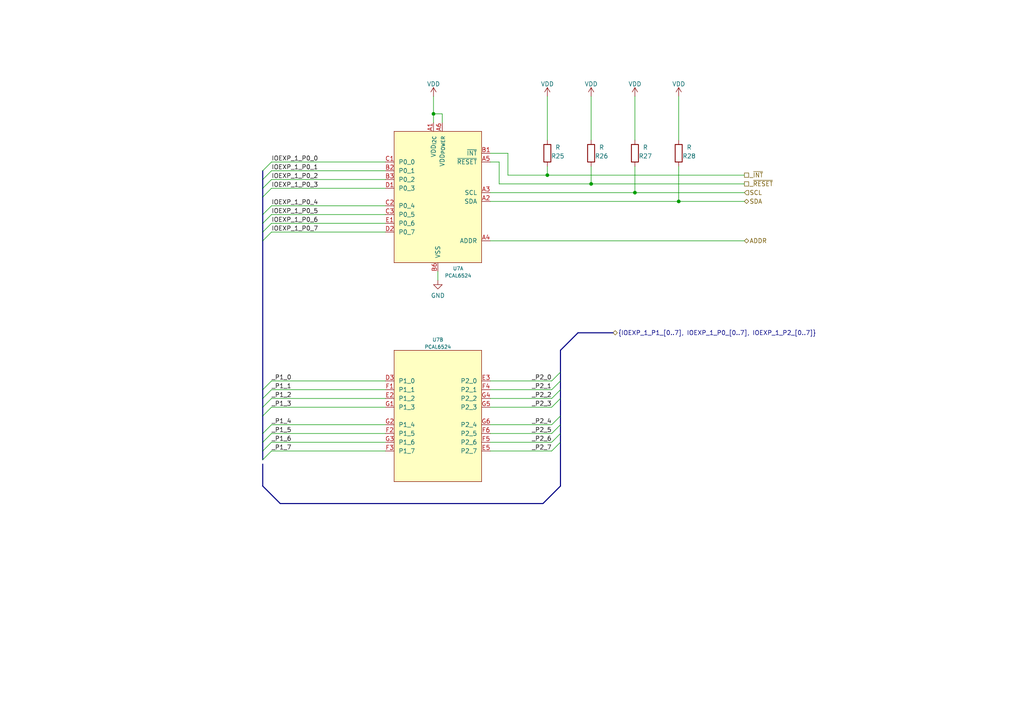
<source format=kicad_sch>
(kicad_sch (version 20211123) (generator eeschema)
  (paper "A4")
  (lib_symbols
    (symbol "0.Project:PCAL6524" (pin_names (offset 1.27))
      (property "Reference" "U" (at 0 0 0))
      (property "Value" "PCAL6524" (at 0 0 0))
      (symbol "PCAL6524_0_1"
        (rectangle (start 0 0) (end 25.4 -38.1) (fill (type background)))
      )
      (symbol "PCAL6524_1_1"
        (pin input line (at 11.43 2.54 270) (length 2.54) (name "VDD_{I2C}") (number "A1"))
        (pin bidirectional line (at 27.94 -20.32 180) (length 2.54) (name "SDA") (number "A2"))
        (pin input line (at 27.94 -17.78 180) (length 2.54) (name "SCL") (number "A3"))
        (pin passive line (at 27.94 -31.75 180) (length 2.54) (name "ADDR") (number "A4"))
        (pin input line (at 27.94 -8.89 180) (length 2.54) (name "~{RESET}") (number "A5"))
        (pin power_in line (at 13.97 2.54 270) (length 2.54) (name "VDD_{POWER}") (number "A6"))
        (pin output line (at 27.94 -6.35 180) (length 2.54) (name "~{INT}") (number "B1"))
        (pin bidirectional line (at -2.54 -11.43 0) (length 2.54) (name "P0_1") (number "B2"))
        (pin bidirectional line (at -2.54 -13.97 0) (length 2.54) (name "P0_2") (number "B3"))
        (pin power_in line (at 12.7 -40.64 90) (length 2.54) (name "VSS") (number "B6"))
        (pin bidirectional line (at -2.54 -8.89 0) (length 2.54) (name "P0_0") (number "C1"))
        (pin bidirectional line (at -2.54 -21.59 0) (length 2.54) (name "P0_4") (number "C2"))
        (pin bidirectional line (at -2.54 -24.13 0) (length 2.54) (name "P0_5") (number "C3"))
        (pin bidirectional line (at -2.54 -16.51 0) (length 2.54) (name "P0_3") (number "D1"))
        (pin bidirectional line (at -2.54 -29.21 0) (length 2.54) (name "P0_7") (number "D2"))
        (pin bidirectional line (at -2.54 -26.67 0) (length 2.54) (name "P0_6") (number "E1"))
      )
      (symbol "PCAL6524_2_1"
        (pin bidirectional line (at -2.54 -8.89 0) (length 2.54) (name "P1_0") (number "D3"))
        (pin bidirectional line (at -2.54 -13.97 0) (length 2.54) (name "P1_2") (number "E2"))
        (pin bidirectional line (at 27.94 -8.89 180) (length 2.54) (name "P2_0") (number "E3"))
        (pin bidirectional line (at 27.94 -29.21 180) (length 2.54) (name "P2_7") (number "E5"))
        (pin bidirectional line (at -2.54 -11.43 0) (length 2.54) (name "P1_1") (number "F1"))
        (pin bidirectional line (at -2.54 -24.13 0) (length 2.54) (name "P1_5") (number "F2"))
        (pin bidirectional line (at -2.54 -29.21 0) (length 2.54) (name "P1_7") (number "F3"))
        (pin bidirectional line (at 27.94 -11.43 180) (length 2.54) (name "P2_1") (number "F4"))
        (pin bidirectional line (at 27.94 -26.67 180) (length 2.54) (name "P2_6") (number "F5"))
        (pin bidirectional line (at 27.94 -24.13 180) (length 2.54) (name "P2_5") (number "F6"))
        (pin bidirectional line (at -2.54 -16.51 0) (length 2.54) (name "P1_3") (number "G1"))
        (pin bidirectional line (at -2.54 -21.59 0) (length 2.54) (name "P1_4") (number "G2"))
        (pin bidirectional line (at -2.54 -26.67 0) (length 2.54) (name "P1_6") (number "G3"))
        (pin bidirectional line (at 27.94 -13.97 180) (length 2.54) (name "P2_2") (number "G4"))
        (pin bidirectional line (at 27.94 -16.51 180) (length 2.54) (name "P2_3") (number "G5"))
        (pin bidirectional line (at 27.94 -21.59 180) (length 2.54) (name "P2_4") (number "G6"))
      )
    )
    (symbol "4ms_Power-symbol:GND" (power) (pin_names (offset 0))
      (property "Value" "GND" (at 0 -3.81 0))
      (symbol "GND_0_1"
        (polyline (pts (xy 0 0) (xy 0 -1.27) (xy 1.27 -1.27) (xy 0 -2.54) (xy -1.27 -1.27) (xy 0 -1.27)))
      )
      (symbol "GND_1_1"
        (pin power_in line (at 0 0 270) (length 0) hide (name "GND") (number "1"))
      )
    )
    (symbol "Device:R" (pin_numbers hide) (pin_names (offset 0))
      (property "Reference" "R" (at 2.032 0 90))
      (property "Value" "R" (at 0 0 90))
      (symbol "R_0_1"
        (rectangle (start -1.016 -2.54) (end 1.016 2.54) (stroke (width 0.254)))
      )
      (symbol "R_1_1"
        (pin passive line (at 0 3.81 270) (length 1.27) (name "~") (number "1"))
        (pin passive line (at 0 -3.81 90) (length 1.27) (name "~") (number "2"))
      )
    )
    (symbol "power:VDD" (power) (pin_names (offset 0))
      (property "Value" "VDD" (at 0 3.81 0))
      (symbol "VDD_0_1"
        (polyline (pts (xy -0.762 1.27) (xy 0 2.54)))
        (polyline (pts (xy 0 0) (xy 0 2.54)))
        (polyline (pts (xy 0 2.54) (xy 0.762 1.27)))
      )
      (symbol "VDD_1_1"
        (pin power_in line (at 0 0 90) (length 0) hide (name "VDD") (number "1"))
      )
    )
  )
  (junction (at 196.85 58.42))
  (junction (at 171.45 53.34))
  (junction (at 125.73 33.02))
  (junction (at 158.75 50.8))
  (junction (at 184.15 55.88))
  (bus_entry (at 160.02 110.49) (size 2.54 -2.54))
  (bus_entry (at 76.2 64.77) (size 2.54 -2.54))
  (bus_entry (at 160.02 113.03) (size 2.54 -2.54))
  (bus_entry (at 160.02 130.81) (size 2.54 -2.54))
  (bus_entry (at 76.2 130.81) (size 2.54 -2.54))
  (bus_entry (at 160.02 123.19) (size 2.54 -2.54))
  (bus_entry (at 76.2 54.61) (size 2.54 -2.54))
  (bus_entry (at 160.02 118.11) (size 2.54 -2.54))
  (bus_entry (at 76.2 115.57) (size 2.54 -2.54))
  (bus_entry (at 76.2 57.15) (size 2.54 -2.54))
  (bus_entry (at 76.2 113.03) (size 2.54 -2.54))
  (bus_entry (at 76.2 69.85) (size 2.54 -2.54))
  (bus_entry (at 76.2 120.65) (size 2.54 -2.54))
  (bus_entry (at 76.2 125.73) (size 2.54 -2.54))
  (bus_entry (at 76.2 52.07) (size 2.54 -2.54))
  (bus_entry (at 76.2 49.53) (size 2.54 -2.54))
  (bus_entry (at 76.2 128.27) (size 2.54 -2.54))
  (bus_entry (at 76.2 133.35) (size 2.54 -2.54))
  (bus_entry (at 160.02 128.27) (size 2.54 -2.54))
  (bus_entry (at 160.02 115.57) (size 2.54 -2.54))
  (bus_entry (at 76.2 118.11) (size 2.54 -2.54))
  (bus_entry (at 76.2 67.31) (size 2.54 -2.54))
  (bus_entry (at 76.2 62.23) (size 2.54 -2.54))
  (bus_entry (at 160.02 125.73) (size 2.54 -2.54))
  (wire (pts (xy 127 78.74) (xy 127 81.28)))
  (bus (pts (xy 76.2 54.61) (xy 76.2 57.15)))
  (bus (pts (xy 81.28 146.05) (xy 157.48 146.05)))
  (bus (pts (xy 162.56 115.57) (xy 162.56 113.03)))
  (wire (pts (xy 142.24 44.45) (xy 147.32 44.45)))
  (bus (pts (xy 81.28 146.05) (xy 76.2 140.97)))
  (wire (pts (xy 142.24 118.11) (xy 160.02 118.11)))
  (wire (pts (xy 78.74 49.53) (xy 111.76 49.53)))
  (bus (pts (xy 76.2 57.15) (xy 76.2 62.23)))
  (bus (pts (xy 76.2 67.31) (xy 76.2 69.85)))
  (wire (pts (xy 184.15 27.94) (xy 184.15 40.64)))
  (bus (pts (xy 162.56 110.49) (xy 162.56 107.95)))
  (wire (pts (xy 171.45 27.94) (xy 171.45 40.64)))
  (bus (pts (xy 162.56 125.73) (xy 162.56 123.19)))
  (bus (pts (xy 76.2 62.23) (xy 76.2 64.77)))
  (wire (pts (xy 142.24 128.27) (xy 160.02 128.27)))
  (wire (pts (xy 128.27 33.02) (xy 128.27 35.56)))
  (bus (pts (xy 157.48 146.05) (xy 162.56 140.97)))
  (bus (pts (xy 76.2 113.03) (xy 76.2 115.57)))
  (wire (pts (xy 196.85 27.94) (xy 196.85 40.64)))
  (wire (pts (xy 142.24 113.03) (xy 160.02 113.03)))
  (wire (pts (xy 196.85 48.26) (xy 196.85 58.42)))
  (bus (pts (xy 162.56 101.6) (xy 167.64 96.52)))
  (wire (pts (xy 78.74 118.11) (xy 111.76 118.11)))
  (wire (pts (xy 184.15 48.26) (xy 184.15 55.88)))
  (bus (pts (xy 76.2 64.77) (xy 76.2 67.31)))
  (bus (pts (xy 162.56 140.97) (xy 162.56 128.27)))
  (wire (pts (xy 78.74 52.07) (xy 111.76 52.07)))
  (wire (pts (xy 78.74 54.61) (xy 111.76 54.61)))
  (wire (pts (xy 158.75 27.94) (xy 158.75 40.64)))
  (wire (pts (xy 147.32 50.8) (xy 158.75 50.8)))
  (bus (pts (xy 76.2 69.85) (xy 76.2 113.03)))
  (bus (pts (xy 76.2 118.11) (xy 76.2 120.65)))
  (bus (pts (xy 162.56 123.19) (xy 162.56 120.65)))
  (bus (pts (xy 76.2 125.73) (xy 76.2 128.27)))
  (wire (pts (xy 78.74 128.27) (xy 111.76 128.27)))
  (bus (pts (xy 167.64 96.52) (xy 177.8 96.52)))
  (wire (pts (xy 78.74 123.19) (xy 111.76 123.19)))
  (wire (pts (xy 78.74 113.03) (xy 111.76 113.03)))
  (wire (pts (xy 78.74 59.69) (xy 111.76 59.69)))
  (wire (pts (xy 142.24 69.85) (xy 215.9 69.85)))
  (bus (pts (xy 162.56 128.27) (xy 162.56 125.73)))
  (wire (pts (xy 142.24 55.88) (xy 184.15 55.88)))
  (bus (pts (xy 162.56 120.65) (xy 162.56 115.57)))
  (wire (pts (xy 144.78 46.99) (xy 144.78 53.34)))
  (wire (pts (xy 158.75 50.8) (xy 215.9 50.8)))
  (wire (pts (xy 142.24 58.42) (xy 196.85 58.42)))
  (bus (pts (xy 76.2 133.35) (xy 76.2 130.81)))
  (wire (pts (xy 158.75 50.8) (xy 158.75 48.26)))
  (wire (pts (xy 142.24 123.19) (xy 160.02 123.19)))
  (wire (pts (xy 78.74 46.99) (xy 111.76 46.99)))
  (wire (pts (xy 160.02 110.49) (xy 142.24 110.49)))
  (bus (pts (xy 76.2 118.11) (xy 76.2 115.57)))
  (wire (pts (xy 147.32 44.45) (xy 147.32 50.8)))
  (wire (pts (xy 142.24 125.73) (xy 160.02 125.73)))
  (wire (pts (xy 144.78 53.34) (xy 171.45 53.34)))
  (wire (pts (xy 184.15 55.88) (xy 215.9 55.88)))
  (bus (pts (xy 162.56 113.03) (xy 162.56 110.49)))
  (wire (pts (xy 78.74 62.23) (xy 111.76 62.23)))
  (wire (pts (xy 171.45 53.34) (xy 215.9 53.34)))
  (wire (pts (xy 78.74 130.81) (xy 111.76 130.81)))
  (bus (pts (xy 76.2 130.81) (xy 76.2 128.27)))
  (wire (pts (xy 142.24 46.99) (xy 144.78 46.99)))
  (wire (pts (xy 125.73 33.02) (xy 128.27 33.02)))
  (wire (pts (xy 78.74 110.49) (xy 111.76 110.49)))
  (wire (pts (xy 78.74 64.77) (xy 111.76 64.77)))
  (wire (pts (xy 78.74 125.73) (xy 111.76 125.73)))
  (wire (pts (xy 78.74 67.31) (xy 111.76 67.31)))
  (bus (pts (xy 76.2 120.65) (xy 76.2 125.73)))
  (wire (pts (xy 78.74 115.57) (xy 111.76 115.57)))
  (wire (pts (xy 196.85 58.42) (xy 215.9 58.42)))
  (bus (pts (xy 76.2 140.97) (xy 76.2 134.62)))
  (bus (pts (xy 76.2 49.53) (xy 76.2 52.07)))
  (bus (pts (xy 76.2 52.07) (xy 76.2 54.61)))
  (wire (pts (xy 142.24 115.57) (xy 160.02 115.57)))
  (wire (pts (xy 171.45 48.26) (xy 171.45 53.34)))
  (bus (pts (xy 162.56 107.95) (xy 162.56 101.6)))
  (wire (pts (xy 142.24 130.81) (xy 160.02 130.81)))
  (wire (pts (xy 125.73 33.02) (xy 125.73 35.56)))
  (wire (pts (xy 125.73 27.94) (xy 125.73 33.02)))
  (label "${SHEETNAME}_P2_3" (at 160.02 118.11 180))
  (label "IOEXP_1_P0_2" (at 78.74 52.07 0))
  (label "${SHEETNAME}_P1_5" (at 78.74 125.73 0))
  (label "IOEXP_1_P0_4" (at 78.74 59.69 0))
  (label "${SHEETNAME}_P1_2" (at 78.74 115.57 0))
  (label "IOEXP_1_P0_6" (at 78.74 64.77 0))
  (label "${SHEETNAME}_P1_6" (at 78.74 128.27 0))
  (label "${SHEETNAME}_P2_5" (at 160.02 125.73 180))
  (label "${SHEETNAME}_P2_4" (at 160.02 123.19 180))
  (label "IOEXP_1_P0_7" (at 78.74 67.31 0))
  (label "IOEXP_1_P0_0" (at 78.74 46.99 0))
  (label "${SHEETNAME}_P2_0" (at 160.02 110.49 180))
  (label "${SHEETNAME}_P1_1" (at 78.74 113.03 0))
  (label "${SHEETNAME}_P1_7" (at 78.74 130.81 0))
  (label "${SHEETNAME}_P2_6" (at 160.02 128.27 180))
  (label "${SHEETNAME}_P2_1" (at 160.02 113.03 180))
  (label "${SHEETNAME}_P2_2" (at 160.02 115.57 180))
  (label "${SHEETNAME}_P1_3" (at 78.74 118.11 0))
  (label "${SHEETNAME}_P2_7" (at 160.02 130.81 180))
  (label "IOEXP_1_P0_3" (at 78.74 54.61 0))
  (label "IOEXP_1_P0_5" (at 78.74 62.23 0))
  (label "IOEXP_1_P0_1" (at 78.74 49.53 0))
  (label "${SHEETNAME}_P1_4" (at 78.74 123.19 0))
  (label "${SHEETNAME}_P1_0" (at 78.74 110.49 0))
  (hierarchical_label "SCL" (shape input) (at 215.9 55.88 0))
  (hierarchical_label "{IOEXP_1_P1_[0..7], IOEXP_1_P0_[0..7], IOEXP_1_P2_[0..7]}" (shape bidirectional) (at 177.8 96.52 0))
  (hierarchical_label "ADDR" (shape bidirectional) (at 215.9 69.85 0))
  (hierarchical_label "${SHEETNAME}_~{RESET}" (shape passive) (at 215.9 53.34 0))
  (hierarchical_label "SDA" (shape bidirectional) (at 215.9 58.42 0))
  (hierarchical_label "${SHEETNAME}_~{INT}" (shape passive) (at 215.9 50.8 0))
  (symbol (lib_id "power:VDD") (at 125.73 27.94 0) (unit 1)
    (property "Reference" "#PWR0175" (effects hide))
    (property "Value" "VDD" (at 125.73 24.3642 0))
  )
  (symbol (lib_id "Device:R") (at 171.45 44.45 0) (mirror x) (unit 1)
    (property "Reference" "R26" (at 174.4867 45.2847 0))
    (property "Value" "R" (at 174.4867 42.7478 0))
  )
  (symbol (lib_id "4ms_Power-symbol:GND") (at 127 81.28 0) (unit 1)
    (property "Reference" "#PWR0180" (effects hide))
    (property "Value" "GND" (at 127 85.7234 0))
  )
  (symbol (lib_id "power:VDD") (at 171.45 27.94 0) (unit 1)
    (property "Reference" "#PWR0178" (effects hide))
    (property "Value" "VDD" (at 171.45 24.3642 0))
  )
  (symbol (lib_id "power:VDD") (at 184.15 27.94 0) (unit 1)
    (property "Reference" "#PWR0177" (effects hide))
    (property "Value" "VDD" (at 184.15 24.3642 0))
  )
  (symbol (lib_id "power:VDD") (at 158.75 27.94 0) (unit 1)
    (property "Reference" "#PWR0176" (effects hide))
    (property "Value" "VDD" (at 158.75 24.3642 0))
  )
  (symbol (lib_id "Device:R") (at 158.75 44.45 0) (mirror x) (unit 1)
    (property "Reference" "R25" (at 161.7867 45.2847 0))
    (property "Value" "R" (at 161.7867 42.7478 0))
  )
  (symbol (lib_id "0.Project:PCAL6524") (at 114.3 38.1 0) (unit 1)
    (property "Reference" "U7" (at 132.8808 77.8752 0) (effects (font (size 1.016 1.016))))
    (property "Value" "PCAL6524" (at 132.8808 79.9556 0) (effects (font (size 1.016 1.016))))
    (property "Footprint" "0:PCAL6524HEHP" (effects hide))
    (property "Datasheet" "https://www.nxp.com/docs/en/data-sheet/PCAL6524.pdf" (effects hide))
  )
  (symbol (lib_id "0.Project:PCAL6524") (at 114.3 101.6 0) (unit 2)
    (property "Reference" "U7" (at 127 98.5386 0) (effects (font (size 1.016 1.016))))
    (property "Value" "PCAL6524" (at 127 100.619 0) (effects (font (size 1.016 1.016))))
    (property "Footprint" "0:PCAL6524HEHP" (effects hide))
    (property "Datasheet" "https://www.nxp.com/docs/en/data-sheet/PCAL6524.pdf" (effects hide))
  )
  (symbol (lib_id "Device:R") (at 184.15 44.45 0) (mirror x) (unit 1)
    (property "Reference" "R27" (at 187.1867 45.2847 0))
    (property "Value" "R" (at 187.1867 42.7478 0))
  )
  (symbol (lib_id "power:VDD") (at 196.85 27.94 0) (unit 1)
    (property "Reference" "#PWR0179" (effects hide))
    (property "Value" "VDD" (at 196.85 24.3642 0))
  )
  (symbol (lib_id "Device:R") (at 196.85 44.45 0) (mirror x) (unit 1)
    (property "Reference" "R28" (at 199.8867 45.2847 0))
    (property "Value" "R" (at 199.8867 42.7478 0))
  )
)
</source>
